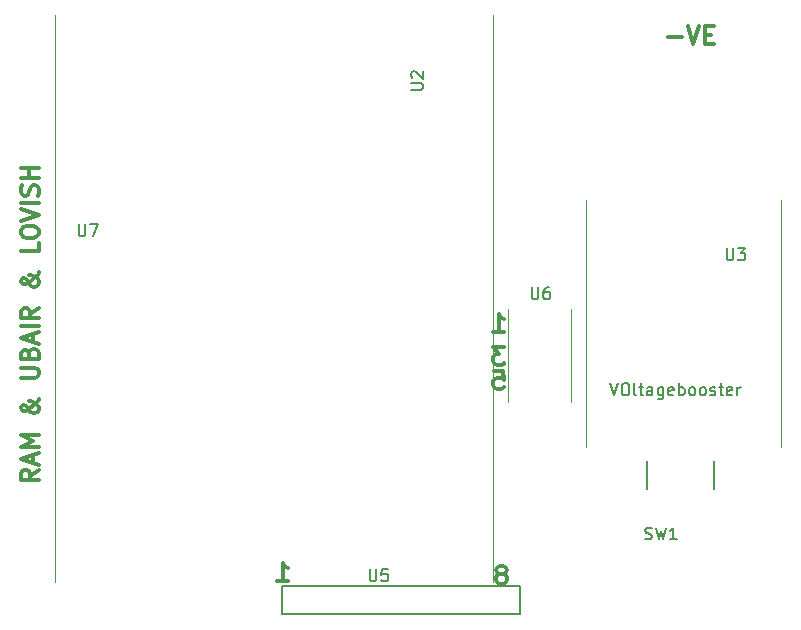
<source format=gbr>
G04 #@! TF.GenerationSoftware,KiCad,Pcbnew,(5.0.2)-1*
G04 #@! TF.CreationDate,2018-12-26T19:39:09+05:30*
G04 #@! TF.ProjectId,Air Pollution,41697220-506f-46c6-9c75-74696f6e2e6b,rev?*
G04 #@! TF.SameCoordinates,Original*
G04 #@! TF.FileFunction,Legend,Top*
G04 #@! TF.FilePolarity,Positive*
%FSLAX46Y46*%
G04 Gerber Fmt 4.6, Leading zero omitted, Abs format (unit mm)*
G04 Created by KiCad (PCBNEW (5.0.2)-1) date 12/26/2018 7:39:09 PM*
%MOMM*%
%LPD*%
G01*
G04 APERTURE LIST*
%ADD10C,0.300000*%
%ADD11C,0.050000*%
%ADD12C,0.030000*%
%ADD13C,0.150000*%
G04 APERTURE END LIST*
D10*
X123523428Y-106342571D02*
X124380571Y-106342571D01*
X123952000Y-106342571D02*
X123952000Y-104842571D01*
X124094857Y-105056857D01*
X124237714Y-105199714D01*
X124380571Y-105271142D01*
X142636857Y-105739428D02*
X142779714Y-105668000D01*
X142851142Y-105596571D01*
X142922571Y-105453714D01*
X142922571Y-105382285D01*
X142851142Y-105239428D01*
X142779714Y-105168000D01*
X142636857Y-105096571D01*
X142351142Y-105096571D01*
X142208285Y-105168000D01*
X142136857Y-105239428D01*
X142065428Y-105382285D01*
X142065428Y-105453714D01*
X142136857Y-105596571D01*
X142208285Y-105668000D01*
X142351142Y-105739428D01*
X142636857Y-105739428D01*
X142779714Y-105810857D01*
X142851142Y-105882285D01*
X142922571Y-106025142D01*
X142922571Y-106310857D01*
X142851142Y-106453714D01*
X142779714Y-106525142D01*
X142636857Y-106596571D01*
X142351142Y-106596571D01*
X142208285Y-106525142D01*
X142136857Y-106453714D01*
X142065428Y-106310857D01*
X142065428Y-106025142D01*
X142136857Y-105882285D01*
X142208285Y-105810857D01*
X142351142Y-105739428D01*
X141882857Y-88586571D02*
X142597142Y-88586571D01*
X142668571Y-89300857D01*
X142597142Y-89229428D01*
X142454285Y-89158000D01*
X142097142Y-89158000D01*
X141954285Y-89229428D01*
X141882857Y-89300857D01*
X141811428Y-89443714D01*
X141811428Y-89800857D01*
X141882857Y-89943714D01*
X141954285Y-90015142D01*
X142097142Y-90086571D01*
X142454285Y-90086571D01*
X142597142Y-90015142D01*
X142668571Y-89943714D01*
X142740000Y-86554571D02*
X141811428Y-86554571D01*
X142311428Y-87126000D01*
X142097142Y-87126000D01*
X141954285Y-87197428D01*
X141882857Y-87268857D01*
X141811428Y-87411714D01*
X141811428Y-87768857D01*
X141882857Y-87911714D01*
X141954285Y-87983142D01*
X142097142Y-88054571D01*
X142525714Y-88054571D01*
X142668571Y-87983142D01*
X142740000Y-87911714D01*
X141811428Y-85260571D02*
X142668571Y-85260571D01*
X142240000Y-85260571D02*
X142240000Y-83760571D01*
X142382857Y-83974857D01*
X142525714Y-84117714D01*
X142668571Y-84189142D01*
X156603142Y-60305142D02*
X157746000Y-60305142D01*
X158246000Y-59376571D02*
X158746000Y-60876571D01*
X159246000Y-59376571D01*
X159746000Y-60090857D02*
X160246000Y-60090857D01*
X160460285Y-60876571D02*
X159746000Y-60876571D01*
X159746000Y-59376571D01*
X160460285Y-59376571D01*
X103294571Y-96939142D02*
X102580285Y-97439142D01*
X103294571Y-97796285D02*
X101794571Y-97796285D01*
X101794571Y-97224857D01*
X101866000Y-97082000D01*
X101937428Y-97010571D01*
X102080285Y-96939142D01*
X102294571Y-96939142D01*
X102437428Y-97010571D01*
X102508857Y-97082000D01*
X102580285Y-97224857D01*
X102580285Y-97796285D01*
X102866000Y-96367714D02*
X102866000Y-95653428D01*
X103294571Y-96510571D02*
X101794571Y-96010571D01*
X103294571Y-95510571D01*
X103294571Y-95010571D02*
X101794571Y-95010571D01*
X102866000Y-94510571D01*
X101794571Y-94010571D01*
X103294571Y-94010571D01*
X103294571Y-90939142D02*
X103294571Y-91010571D01*
X103223142Y-91153428D01*
X103008857Y-91367714D01*
X102580285Y-91724857D01*
X102366000Y-91867714D01*
X102151714Y-91939142D01*
X102008857Y-91939142D01*
X101866000Y-91867714D01*
X101794571Y-91724857D01*
X101794571Y-91653428D01*
X101866000Y-91510571D01*
X102008857Y-91439142D01*
X102080285Y-91439142D01*
X102223142Y-91510571D01*
X102294571Y-91582000D01*
X102580285Y-92010571D01*
X102651714Y-92082000D01*
X102794571Y-92153428D01*
X103008857Y-92153428D01*
X103151714Y-92082000D01*
X103223142Y-92010571D01*
X103294571Y-91867714D01*
X103294571Y-91653428D01*
X103223142Y-91510571D01*
X103151714Y-91439142D01*
X102866000Y-91224857D01*
X102651714Y-91153428D01*
X102508857Y-91153428D01*
X101794571Y-89153428D02*
X103008857Y-89153428D01*
X103151714Y-89082000D01*
X103223142Y-89010571D01*
X103294571Y-88867714D01*
X103294571Y-88582000D01*
X103223142Y-88439142D01*
X103151714Y-88367714D01*
X103008857Y-88296285D01*
X101794571Y-88296285D01*
X102508857Y-87082000D02*
X102580285Y-86867714D01*
X102651714Y-86796285D01*
X102794571Y-86724857D01*
X103008857Y-86724857D01*
X103151714Y-86796285D01*
X103223142Y-86867714D01*
X103294571Y-87010571D01*
X103294571Y-87582000D01*
X101794571Y-87582000D01*
X101794571Y-87082000D01*
X101866000Y-86939142D01*
X101937428Y-86867714D01*
X102080285Y-86796285D01*
X102223142Y-86796285D01*
X102366000Y-86867714D01*
X102437428Y-86939142D01*
X102508857Y-87082000D01*
X102508857Y-87582000D01*
X102866000Y-86153428D02*
X102866000Y-85439142D01*
X103294571Y-86296285D02*
X101794571Y-85796285D01*
X103294571Y-85296285D01*
X103294571Y-84796285D02*
X101794571Y-84796285D01*
X103294571Y-83224857D02*
X102580285Y-83724857D01*
X103294571Y-84082000D02*
X101794571Y-84082000D01*
X101794571Y-83510571D01*
X101866000Y-83367714D01*
X101937428Y-83296285D01*
X102080285Y-83224857D01*
X102294571Y-83224857D01*
X102437428Y-83296285D01*
X102508857Y-83367714D01*
X102580285Y-83510571D01*
X102580285Y-84082000D01*
X103294571Y-80224857D02*
X103294571Y-80296285D01*
X103223142Y-80439142D01*
X103008857Y-80653428D01*
X102580285Y-81010571D01*
X102366000Y-81153428D01*
X102151714Y-81224857D01*
X102008857Y-81224857D01*
X101866000Y-81153428D01*
X101794571Y-81010571D01*
X101794571Y-80939142D01*
X101866000Y-80796285D01*
X102008857Y-80724857D01*
X102080285Y-80724857D01*
X102223142Y-80796285D01*
X102294571Y-80867714D01*
X102580285Y-81296285D01*
X102651714Y-81367714D01*
X102794571Y-81439142D01*
X103008857Y-81439142D01*
X103151714Y-81367714D01*
X103223142Y-81296285D01*
X103294571Y-81153428D01*
X103294571Y-80939142D01*
X103223142Y-80796285D01*
X103151714Y-80724857D01*
X102866000Y-80510571D01*
X102651714Y-80439142D01*
X102508857Y-80439142D01*
X103294571Y-77724857D02*
X103294571Y-78439142D01*
X101794571Y-78439142D01*
X101794571Y-76939142D02*
X101794571Y-76653428D01*
X101866000Y-76510571D01*
X102008857Y-76367714D01*
X102294571Y-76296285D01*
X102794571Y-76296285D01*
X103080285Y-76367714D01*
X103223142Y-76510571D01*
X103294571Y-76653428D01*
X103294571Y-76939142D01*
X103223142Y-77082000D01*
X103080285Y-77224857D01*
X102794571Y-77296285D01*
X102294571Y-77296285D01*
X102008857Y-77224857D01*
X101866000Y-77082000D01*
X101794571Y-76939142D01*
X101794571Y-75867714D02*
X103294571Y-75367714D01*
X101794571Y-74867714D01*
X103294571Y-74367714D02*
X101794571Y-74367714D01*
X103223142Y-73724857D02*
X103294571Y-73510571D01*
X103294571Y-73153428D01*
X103223142Y-73010571D01*
X103151714Y-72939142D01*
X103008857Y-72867714D01*
X102866000Y-72867714D01*
X102723142Y-72939142D01*
X102651714Y-73010571D01*
X102580285Y-73153428D01*
X102508857Y-73439142D01*
X102437428Y-73582000D01*
X102366000Y-73653428D01*
X102223142Y-73724857D01*
X102080285Y-73724857D01*
X101937428Y-73653428D01*
X101866000Y-73582000D01*
X101794571Y-73439142D01*
X101794571Y-73082000D01*
X101866000Y-72867714D01*
X103294571Y-72224857D02*
X101794571Y-72224857D01*
X102508857Y-72224857D02*
X102508857Y-71367714D01*
X103294571Y-71367714D02*
X101794571Y-71367714D01*
D11*
G04 #@! TO.C,U3*
X149676000Y-95030000D02*
X149676000Y-74090000D01*
X166186000Y-95030000D02*
X166186000Y-74090000D01*
G04 #@! TO.C,U7*
X141740600Y-58452000D02*
X141740600Y-106452000D01*
X104696000Y-58452000D02*
X104696000Y-106452000D01*
D12*
G04 #@! TO.C,U6*
X148336000Y-91186000D02*
X148336000Y-83312000D01*
X143025600Y-91186000D02*
X143025600Y-83312000D01*
D13*
G04 #@! TO.C,SW1*
X154774900Y-98552000D02*
X154774900Y-96164400D01*
X160477200Y-98552000D02*
X160477200Y-96164400D01*
G04 #@! TO.C,U5*
X123886500Y-106807000D02*
X144018000Y-106807000D01*
X123886500Y-109156500D02*
X144018000Y-109156500D01*
X123888500Y-106807000D02*
X123888500Y-109157000D01*
X144018000Y-106807000D02*
X144018000Y-109156500D01*
G04 #@! TO.C,U3*
X161544095Y-78192380D02*
X161544095Y-79001904D01*
X161591714Y-79097142D01*
X161639333Y-79144761D01*
X161734571Y-79192380D01*
X161925047Y-79192380D01*
X162020285Y-79144761D01*
X162067904Y-79097142D01*
X162115523Y-79001904D01*
X162115523Y-78192380D01*
X162496476Y-78192380D02*
X163115523Y-78192380D01*
X162782190Y-78573333D01*
X162925047Y-78573333D01*
X163020285Y-78620952D01*
X163067904Y-78668571D01*
X163115523Y-78763809D01*
X163115523Y-79001904D01*
X163067904Y-79097142D01*
X163020285Y-79144761D01*
X162925047Y-79192380D01*
X162639333Y-79192380D01*
X162544095Y-79144761D01*
X162496476Y-79097142D01*
X151702190Y-89622380D02*
X152035523Y-90622380D01*
X152368857Y-89622380D01*
X152892666Y-89622380D02*
X153083142Y-89622380D01*
X153178380Y-89670000D01*
X153273619Y-89765238D01*
X153321238Y-89955714D01*
X153321238Y-90289047D01*
X153273619Y-90479523D01*
X153178380Y-90574761D01*
X153083142Y-90622380D01*
X152892666Y-90622380D01*
X152797428Y-90574761D01*
X152702190Y-90479523D01*
X152654571Y-90289047D01*
X152654571Y-89955714D01*
X152702190Y-89765238D01*
X152797428Y-89670000D01*
X152892666Y-89622380D01*
X153892666Y-90622380D02*
X153797428Y-90574761D01*
X153749809Y-90479523D01*
X153749809Y-89622380D01*
X154130761Y-89955714D02*
X154511714Y-89955714D01*
X154273619Y-89622380D02*
X154273619Y-90479523D01*
X154321238Y-90574761D01*
X154416476Y-90622380D01*
X154511714Y-90622380D01*
X155273619Y-90622380D02*
X155273619Y-90098571D01*
X155226000Y-90003333D01*
X155130761Y-89955714D01*
X154940285Y-89955714D01*
X154845047Y-90003333D01*
X155273619Y-90574761D02*
X155178380Y-90622380D01*
X154940285Y-90622380D01*
X154845047Y-90574761D01*
X154797428Y-90479523D01*
X154797428Y-90384285D01*
X154845047Y-90289047D01*
X154940285Y-90241428D01*
X155178380Y-90241428D01*
X155273619Y-90193809D01*
X156178380Y-89955714D02*
X156178380Y-90765238D01*
X156130761Y-90860476D01*
X156083142Y-90908095D01*
X155987904Y-90955714D01*
X155845047Y-90955714D01*
X155749809Y-90908095D01*
X156178380Y-90574761D02*
X156083142Y-90622380D01*
X155892666Y-90622380D01*
X155797428Y-90574761D01*
X155749809Y-90527142D01*
X155702190Y-90431904D01*
X155702190Y-90146190D01*
X155749809Y-90050952D01*
X155797428Y-90003333D01*
X155892666Y-89955714D01*
X156083142Y-89955714D01*
X156178380Y-90003333D01*
X157035523Y-90574761D02*
X156940285Y-90622380D01*
X156749809Y-90622380D01*
X156654571Y-90574761D01*
X156606952Y-90479523D01*
X156606952Y-90098571D01*
X156654571Y-90003333D01*
X156749809Y-89955714D01*
X156940285Y-89955714D01*
X157035523Y-90003333D01*
X157083142Y-90098571D01*
X157083142Y-90193809D01*
X156606952Y-90289047D01*
X157511714Y-90622380D02*
X157511714Y-89622380D01*
X157511714Y-90003333D02*
X157606952Y-89955714D01*
X157797428Y-89955714D01*
X157892666Y-90003333D01*
X157940285Y-90050952D01*
X157987904Y-90146190D01*
X157987904Y-90431904D01*
X157940285Y-90527142D01*
X157892666Y-90574761D01*
X157797428Y-90622380D01*
X157606952Y-90622380D01*
X157511714Y-90574761D01*
X158559333Y-90622380D02*
X158464095Y-90574761D01*
X158416476Y-90527142D01*
X158368857Y-90431904D01*
X158368857Y-90146190D01*
X158416476Y-90050952D01*
X158464095Y-90003333D01*
X158559333Y-89955714D01*
X158702190Y-89955714D01*
X158797428Y-90003333D01*
X158845047Y-90050952D01*
X158892666Y-90146190D01*
X158892666Y-90431904D01*
X158845047Y-90527142D01*
X158797428Y-90574761D01*
X158702190Y-90622380D01*
X158559333Y-90622380D01*
X159464095Y-90622380D02*
X159368857Y-90574761D01*
X159321238Y-90527142D01*
X159273619Y-90431904D01*
X159273619Y-90146190D01*
X159321238Y-90050952D01*
X159368857Y-90003333D01*
X159464095Y-89955714D01*
X159606952Y-89955714D01*
X159702190Y-90003333D01*
X159749809Y-90050952D01*
X159797428Y-90146190D01*
X159797428Y-90431904D01*
X159749809Y-90527142D01*
X159702190Y-90574761D01*
X159606952Y-90622380D01*
X159464095Y-90622380D01*
X160178380Y-90574761D02*
X160273619Y-90622380D01*
X160464095Y-90622380D01*
X160559333Y-90574761D01*
X160606952Y-90479523D01*
X160606952Y-90431904D01*
X160559333Y-90336666D01*
X160464095Y-90289047D01*
X160321238Y-90289047D01*
X160226000Y-90241428D01*
X160178380Y-90146190D01*
X160178380Y-90098571D01*
X160226000Y-90003333D01*
X160321238Y-89955714D01*
X160464095Y-89955714D01*
X160559333Y-90003333D01*
X160892666Y-89955714D02*
X161273619Y-89955714D01*
X161035523Y-89622380D02*
X161035523Y-90479523D01*
X161083142Y-90574761D01*
X161178380Y-90622380D01*
X161273619Y-90622380D01*
X161987904Y-90574761D02*
X161892666Y-90622380D01*
X161702190Y-90622380D01*
X161606952Y-90574761D01*
X161559333Y-90479523D01*
X161559333Y-90098571D01*
X161606952Y-90003333D01*
X161702190Y-89955714D01*
X161892666Y-89955714D01*
X161987904Y-90003333D01*
X162035523Y-90098571D01*
X162035523Y-90193809D01*
X161559333Y-90289047D01*
X162464095Y-90622380D02*
X162464095Y-89955714D01*
X162464095Y-90146190D02*
X162511714Y-90050952D01*
X162559333Y-90003333D01*
X162654571Y-89955714D01*
X162749809Y-89955714D01*
G04 #@! TO.C,U2*
X134834380Y-64769904D02*
X135643904Y-64769904D01*
X135739142Y-64722285D01*
X135786761Y-64674666D01*
X135834380Y-64579428D01*
X135834380Y-64388952D01*
X135786761Y-64293714D01*
X135739142Y-64246095D01*
X135643904Y-64198476D01*
X134834380Y-64198476D01*
X134929619Y-63769904D02*
X134882000Y-63722285D01*
X134834380Y-63627047D01*
X134834380Y-63388952D01*
X134882000Y-63293714D01*
X134929619Y-63246095D01*
X135024857Y-63198476D01*
X135120095Y-63198476D01*
X135262952Y-63246095D01*
X135834380Y-63817523D01*
X135834380Y-63198476D01*
G04 #@! TO.C,U7*
X106680095Y-76160380D02*
X106680095Y-76969904D01*
X106727714Y-77065142D01*
X106775333Y-77112761D01*
X106870571Y-77160380D01*
X107061047Y-77160380D01*
X107156285Y-77112761D01*
X107203904Y-77065142D01*
X107251523Y-76969904D01*
X107251523Y-76160380D01*
X107632476Y-76160380D02*
X108299142Y-76160380D01*
X107870571Y-77160380D01*
G04 #@! TO.C,U6*
X145034095Y-81494380D02*
X145034095Y-82303904D01*
X145081714Y-82399142D01*
X145129333Y-82446761D01*
X145224571Y-82494380D01*
X145415047Y-82494380D01*
X145510285Y-82446761D01*
X145557904Y-82399142D01*
X145605523Y-82303904D01*
X145605523Y-81494380D01*
X146510285Y-81494380D02*
X146319809Y-81494380D01*
X146224571Y-81542000D01*
X146176952Y-81589619D01*
X146081714Y-81732476D01*
X146034095Y-81922952D01*
X146034095Y-82303904D01*
X146081714Y-82399142D01*
X146129333Y-82446761D01*
X146224571Y-82494380D01*
X146415047Y-82494380D01*
X146510285Y-82446761D01*
X146557904Y-82399142D01*
X146605523Y-82303904D01*
X146605523Y-82065809D01*
X146557904Y-81970571D01*
X146510285Y-81922952D01*
X146415047Y-81875333D01*
X146224571Y-81875333D01*
X146129333Y-81922952D01*
X146081714Y-81970571D01*
X146034095Y-82065809D01*
G04 #@! TO.C,SW1*
X154648066Y-102792161D02*
X154790923Y-102839780D01*
X155029019Y-102839780D01*
X155124257Y-102792161D01*
X155171876Y-102744542D01*
X155219495Y-102649304D01*
X155219495Y-102554066D01*
X155171876Y-102458828D01*
X155124257Y-102411209D01*
X155029019Y-102363590D01*
X154838542Y-102315971D01*
X154743304Y-102268352D01*
X154695685Y-102220733D01*
X154648066Y-102125495D01*
X154648066Y-102030257D01*
X154695685Y-101935019D01*
X154743304Y-101887400D01*
X154838542Y-101839780D01*
X155076638Y-101839780D01*
X155219495Y-101887400D01*
X155552828Y-101839780D02*
X155790923Y-102839780D01*
X155981400Y-102125495D01*
X156171876Y-102839780D01*
X156409971Y-101839780D01*
X157314733Y-102839780D02*
X156743304Y-102839780D01*
X157029019Y-102839780D02*
X157029019Y-101839780D01*
X156933780Y-101982638D01*
X156838542Y-102077876D01*
X156743304Y-102125495D01*
G04 #@! TO.C,U5*
X131318095Y-105370380D02*
X131318095Y-106179904D01*
X131365714Y-106275142D01*
X131413333Y-106322761D01*
X131508571Y-106370380D01*
X131699047Y-106370380D01*
X131794285Y-106322761D01*
X131841904Y-106275142D01*
X131889523Y-106179904D01*
X131889523Y-105370380D01*
X132841904Y-105370380D02*
X132365714Y-105370380D01*
X132318095Y-105846571D01*
X132365714Y-105798952D01*
X132460952Y-105751333D01*
X132699047Y-105751333D01*
X132794285Y-105798952D01*
X132841904Y-105846571D01*
X132889523Y-105941809D01*
X132889523Y-106179904D01*
X132841904Y-106275142D01*
X132794285Y-106322761D01*
X132699047Y-106370380D01*
X132460952Y-106370380D01*
X132365714Y-106322761D01*
X132318095Y-106275142D01*
G04 #@! TD*
M02*

</source>
